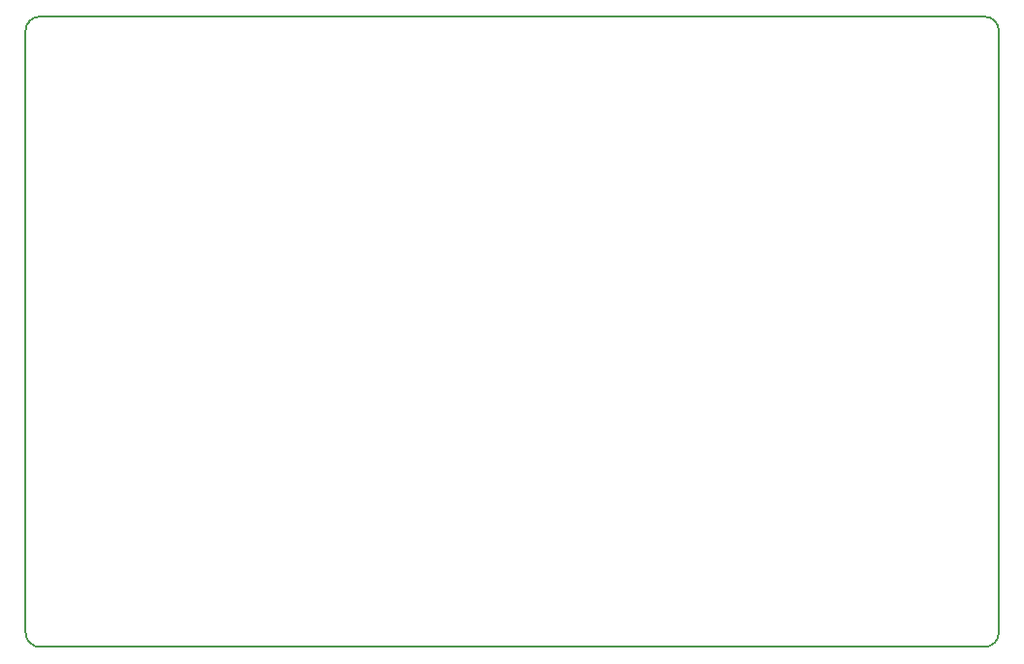
<source format=gko>
G04*
G04 #@! TF.GenerationSoftware,Altium Limited,Altium Designer,20.0.13 (296)*
G04*
G04 Layer_Color=16711935*
%FSLAX44Y44*%
%MOMM*%
G71*
G01*
G75*
%ADD11C,0.2000*%
D11*
X41797Y-2624D02*
G03*
X41818Y-2603I0J21D01*
G01*
X-5217Y10076D02*
G03*
X7483Y-2624I12700J0D01*
G01*
Y548099D02*
G03*
X-5217Y535399I0J-12700D01*
G01*
X844597D02*
G03*
X831897Y548099I-12700J0D01*
G01*
Y-2603D02*
G03*
X844597Y10097I0J12700D01*
G01*
X7483Y-2624D02*
X41797D01*
X-5217Y10076D02*
Y535399D01*
X7483Y548099D02*
X831897D01*
X844597Y10097D02*
Y535399D01*
X41818Y-2603D02*
X831897D01*
M02*

</source>
